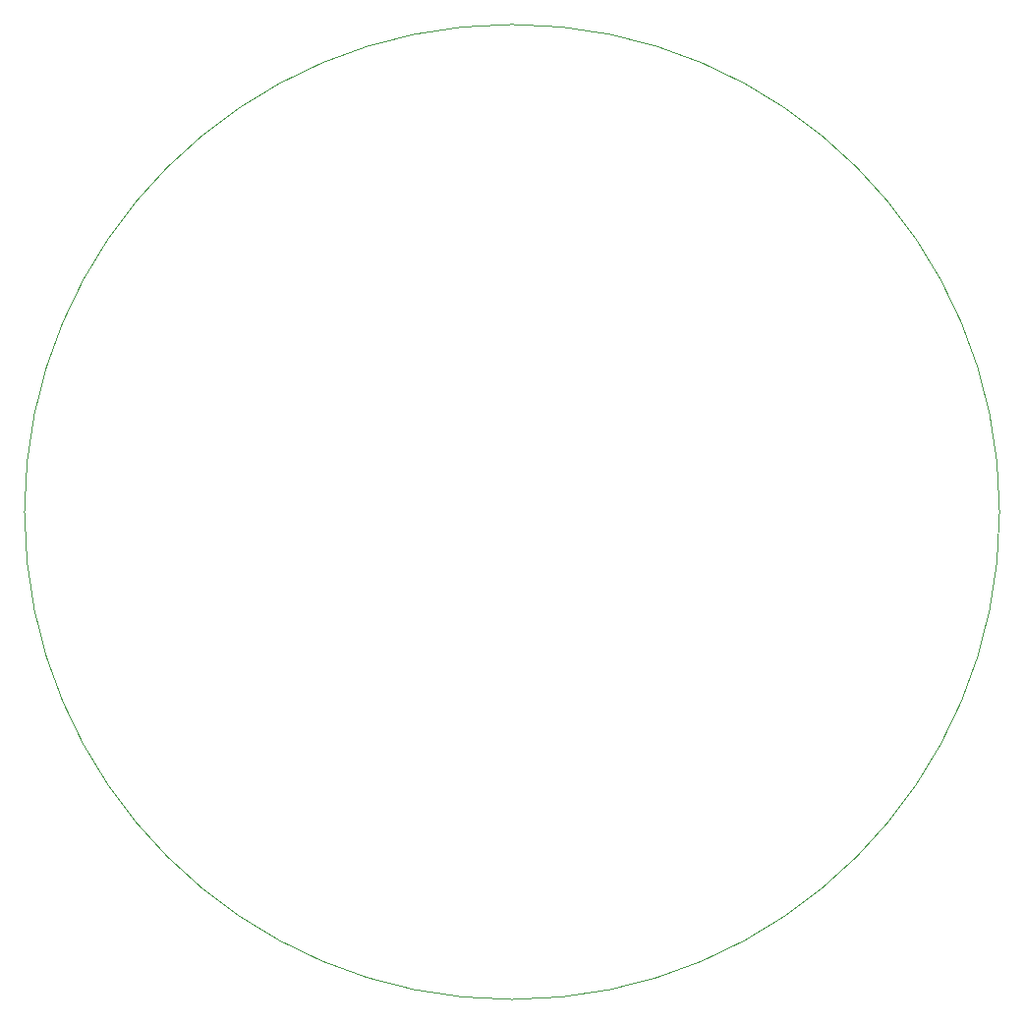
<source format=gbr>
%TF.GenerationSoftware,Altium Limited,Altium Designer,21.0.9 (235)*%
G04 Layer_Color=16711935*
%FSLAX44Y44*%
%MOMM*%
%TF.SameCoordinates,5481C346-4989-4D35-A572-F3394CBA5BAB*%
%TF.FilePolarity,Positive*%
%TF.FileFunction,Keep-out,Top*%
%TF.Part,Single*%
G01*
G75*
%TA.AperFunction,NonConductor*%
%ADD99C,0.0254*%
D99*
X420000Y0D02*
G03*
X420000Y0I-420000J0D01*
G01*
%TF.MD5,5a59b09105b0bd14045339a62a99e25c*%
M02*

</source>
